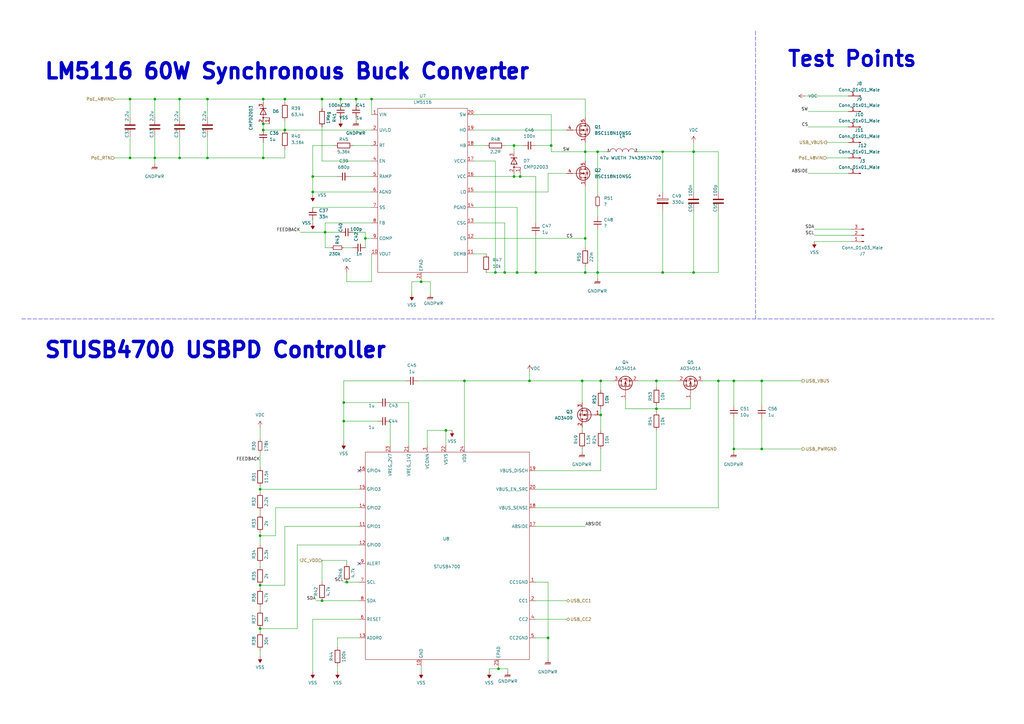
<source format=kicad_sch>
(kicad_sch (version 20211123) (generator eeschema)
  (paper "A3")
  (lib_symbols
    (symbol "Connector:Conn_01x01_Male" (pin_names (offset 1.016) hide)
      (property "Reference" "J" (at 0 2.54 0))
      (property "Value" "Conn_01x01_Male" (at 0 -2.54 0))
      (symbol "Conn_01x01_Male_1_1"
        (polyline (pts (xy 1.27 0) (xy 0.8636 0)) (stroke (width 0.1524)))
        (rectangle (start 0.8636 0.127) (end 0 -0.127) (stroke (width 0.1524)) (fill (type outline)))
        (pin passive line (at 5.08 0 180) (length 3.81) (name "Pin_1") (number "1"))
      )
    )
    (symbol "Connector:Conn_01x03_Male" (pin_names (offset 1.016) hide)
      (property "Reference" "J" (at 0 5.08 0))
      (property "Value" "Conn_01x03_Male" (at 0 -5.08 0))
      (symbol "Conn_01x03_Male_1_1"
        (polyline (pts (xy 1.27 -2.54) (xy 0.8636 -2.54)) (stroke (width 0.1524)))
        (polyline (pts (xy 1.27 0) (xy 0.8636 0)) (stroke (width 0.1524)))
        (polyline (pts (xy 1.27 2.54) (xy 0.8636 2.54)) (stroke (width 0.1524)))
        (rectangle (start 0.8636 -2.413) (end 0 -2.667) (stroke (width 0.1524)) (fill (type outline)))
        (rectangle (start 0.8636 0.127) (end 0 -0.127) (stroke (width 0.1524)) (fill (type outline)))
        (rectangle (start 0.8636 2.667) (end 0 2.413) (stroke (width 0.1524)) (fill (type outline)))
        (pin passive line (at 5.08 2.54 180) (length 3.81) (name "Pin_1") (number "1"))
        (pin passive line (at 5.08 0 180) (length 3.81) (name "Pin_2") (number "2"))
        (pin passive line (at 5.08 -2.54 180) (length 3.81) (name "Pin_3") (number "3"))
      )
    )
    (symbol "Device:C" (pin_numbers hide) (pin_names (offset 0.254))
      (property "Reference" "C" (at 0.635 2.54 0))
      (property "Value" "C" (at 0.635 -2.54 0))
      (symbol "C_0_1"
        (polyline (pts (xy -2.032 -0.762) (xy 2.032 -0.762)) (stroke (width 0.508)))
        (polyline (pts (xy -2.032 0.762) (xy 2.032 0.762)) (stroke (width 0.508)))
      )
      (symbol "C_1_1"
        (pin passive line (at 0 3.81 270) (length 2.794) (name "~") (number "1"))
        (pin passive line (at 0 -3.81 90) (length 2.794) (name "~") (number "2"))
      )
    )
    (symbol "Device:C_Polarized" (pin_numbers hide) (pin_names (offset 0.254))
      (property "Reference" "C" (at 0.635 2.54 0))
      (property "Value" "C_Polarized" (at 0.635 -2.54 0))
      (symbol "C_Polarized_0_1"
        (rectangle (start -2.286 0.508) (end 2.286 1.016))
        (polyline (pts (xy -1.778 2.286) (xy -0.762 2.286)))
        (polyline (pts (xy -1.27 2.794) (xy -1.27 1.778)))
        (rectangle (start 2.286 -0.508) (end -2.286 -1.016) (fill (type outline)))
      )
      (symbol "C_Polarized_1_1"
        (pin passive line (at 0 3.81 270) (length 2.794) (name "~") (number "1"))
        (pin passive line (at 0 -3.81 90) (length 2.794) (name "~") (number "2"))
      )
    )
    (symbol "Device:C_Small" (pin_numbers hide) (pin_names (offset 0.254) hide)
      (property "Reference" "C" (at 0.254 1.778 0))
      (property "Value" "C_Small" (at 0.254 -2.032 0))
      (symbol "C_Small_0_1"
        (polyline (pts (xy -1.524 -0.508) (xy 1.524 -0.508)) (stroke (width 0.3302)))
        (polyline (pts (xy -1.524 0.508) (xy 1.524 0.508)) (stroke (width 0.3048)))
      )
      (symbol "C_Small_1_1"
        (pin passive line (at 0 2.54 270) (length 2.032) (name "~") (number "1"))
        (pin passive line (at 0 -2.54 90) (length 2.032) (name "~") (number "2"))
      )
    )
    (symbol "Device:D_AAK" (pin_names (offset 0) hide)
      (property "Reference" "D" (at 0 2.54 0))
      (property "Value" "D_AAK" (at 0 -2.54 0))
      (symbol "D_AAK_0_1"
        (polyline (pts (xy -1.27 1.27) (xy -1.27 -1.27)) (stroke (width 0.254)))
        (polyline (pts (xy 1.27 1.27) (xy 1.27 -1.27) (xy -1.27 0) (xy 1.27 1.27)) (stroke (width 0.254)))
        (polyline (pts (xy 3.81 2.54) (xy 2.54 2.54) (xy 2.54 0) (xy -1.27 0)))
        (circle (center 2.54 0) (radius 0.254) (fill (type outline)))
      )
      (symbol "D_AAK_1_1"
        (pin passive line (at 5.08 2.54 180) (length 2.54) (name "A") (number "1"))
        (pin passive line (at 5.08 0 180) (length 2.54) (name "A") (number "2"))
        (pin passive line (at -3.81 0 0) (length 2.54) (name "K") (number "3"))
      )
    )
    (symbol "Device:Q_PMOS_GDS" (pin_names (offset 0) hide)
      (property "Reference" "Q" (at 5.08 1.27 0))
      (property "Value" "Q_PMOS_GDS" (at 5.08 -1.27 0))
      (symbol "Q_PMOS_GDS_0_1"
        (polyline (pts (xy 0.254 0) (xy -2.54 0)))
        (polyline (pts (xy 0.254 1.905) (xy 0.254 -1.905)) (stroke (width 0.254)))
        (polyline (pts (xy 0.762 -1.27) (xy 0.762 -2.286)) (stroke (width 0.254)))
        (polyline (pts (xy 0.762 0.508) (xy 0.762 -0.508)) (stroke (width 0.254)))
        (polyline (pts (xy 0.762 2.286) (xy 0.762 1.27)) (stroke (width 0.254)))
        (polyline (pts (xy 2.54 2.54) (xy 2.54 1.778)))
        (polyline (pts (xy 2.54 -2.54) (xy 2.54 0) (xy 0.762 0)))
        (polyline (pts (xy 0.762 1.778) (xy 3.302 1.778) (xy 3.302 -1.778) (xy 0.762 -1.778)))
        (polyline (pts (xy 2.286 0) (xy 1.27 0.381) (xy 1.27 -0.381) (xy 2.286 0)) (fill (type outline)))
        (polyline (pts (xy 2.794 -0.508) (xy 2.921 -0.381) (xy 3.683 -0.381) (xy 3.81 -0.254)))
        (polyline (pts (xy 3.302 -0.381) (xy 2.921 0.254) (xy 3.683 0.254) (xy 3.302 -0.381)))
        (circle (center 1.651 0) (radius 2.794) (stroke (width 0.254)))
        (circle (center 2.54 -1.778) (radius 0.254) (fill (type outline)))
        (circle (center 2.54 1.778) (radius 0.254) (fill (type outline)))
      )
      (symbol "Q_PMOS_GDS_1_1"
        (pin input line (at -5.08 0 0) (length 2.54) (name "G") (number "1"))
        (pin passive line (at 2.54 5.08 270) (length 2.54) (name "D") (number "2"))
        (pin passive line (at 2.54 -5.08 90) (length 2.54) (name "S") (number "3"))
      )
    )
    (symbol "Device:R" (pin_numbers hide) (pin_names (offset 0))
      (property "Reference" "R" (at 2.032 0 90))
      (property "Value" "R" (at 0 0 90))
      (symbol "R_0_1"
        (rectangle (start -1.016 -2.54) (end 1.016 2.54) (stroke (width 0.254)))
      )
      (symbol "R_1_1"
        (pin passive line (at 0 3.81 270) (length 1.27) (name "~") (number "1"))
        (pin passive line (at 0 -3.81 90) (length 1.27) (name "~") (number "2"))
      )
    )
    (symbol "Device:R_Small" (pin_numbers hide) (pin_names (offset 0.254) hide)
      (property "Reference" "R" (at 0.762 0.508 0))
      (property "Value" "R_Small" (at 0.762 -1.016 0))
      (symbol "R_Small_0_1"
        (rectangle (start -0.762 1.778) (end 0.762 -1.778) (stroke (width 0.2032)))
      )
      (symbol "R_Small_1_1"
        (pin passive line (at 0 2.54 270) (length 0.762) (name "~") (number "1"))
        (pin passive line (at 0 -2.54 90) (length 0.762) (name "~") (number "2"))
      )
    )
    (symbol "LM5116:LM5116"
      (property "Reference" "U" (at 0 2.54 0))
      (property "Value" "LM5116" (at 0 -6.35 0))
      (symbol "LM5116_0_1"
        (rectangle (start -17.78 21.59) (end 19.05 -45.72))
      )
      (symbol "LM5116_1_1"
        (pin input line (at -20.32 19.05 0) (length 2.54) (name "VIN") (number "1"))
        (pin input line (at -20.32 -38.1 0) (length 2.54) (name "VOUT") (number "10"))
        (pin input line (at 21.59 -38.1 180) (length 2.54) (name "DEMB") (number "11"))
        (pin input line (at 21.59 -31.75 180) (length 2.54) (name "CS") (number "12"))
        (pin input line (at 21.59 -25.4 180) (length 2.54) (name "CSG") (number "13"))
        (pin power_in line (at 21.59 -19.05 180) (length 2.54) (name "PGND") (number "14"))
        (pin output line (at 21.59 -12.7 180) (length 2.54) (name "LO") (number "15"))
        (pin power_out line (at 21.59 -6.35 180) (length 2.54) (name "VCC") (number "16"))
        (pin power_in line (at 21.59 0 180) (length 2.54) (name "VCCX") (number "17"))
        (pin power_in line (at 21.59 6.35 180) (length 2.54) (name "HB") (number "18"))
        (pin output line (at 21.59 12.7 180) (length 2.54) (name "HO") (number "19"))
        (pin input line (at -20.32 12.7 0) (length 2.54) (name "UVLO") (number "2"))
        (pin input line (at 21.59 19.05 180) (length 2.54) (name "SW") (number "20"))
        (pin passive line (at 0 -48.26 90) (length 2.54) (name "EPAD") (number "21"))
        (pin input line (at -20.32 6.35 0) (length 2.54) (name "RT") (number "3"))
        (pin input line (at -20.32 0 0) (length 2.54) (name "EN") (number "4"))
        (pin output line (at -20.32 -6.35 0) (length 2.54) (name "RAMP") (number "5"))
        (pin input line (at -20.32 -12.7 0) (length 2.54) (name "AGND") (number "6"))
        (pin output line (at -20.32 -19.05 0) (length 2.54) (name "SS") (number "7"))
        (pin input line (at -20.32 -25.4 0) (length 2.54) (name "FB") (number "8"))
        (pin bidirectional line (at -20.32 -31.75 0) (length 2.54) (name "COMP") (number "9"))
      )
    )
    (symbol "STUSB4700:STUSB4700"
      (property "Reference" "U" (at 0 38.1 0))
      (property "Value" "STUSB4700" (at -1.27 -10.16 0))
      (symbol "STUSB4700_0_1"
        (rectangle (start -33.02 58.42) (end 34.29 -26.67))
      )
      (symbol "STUSB4700_1_1"
        (pin input line (at 36.83 5.08 180) (length 2.54) (name "CC1GND") (number "1"))
        (pin input line (at -10.16 -29.21 90) (length 2.54) (name "GND") (number "10"))
        (pin output line (at -35.56 27.94 0) (length 2.54) (name "GPIO1") (number "11"))
        (pin output line (at -35.56 20.32 0) (length 2.54) (name "GPIO0") (number "12"))
        (pin output line (at -35.56 -17.78 0) (length 2.54) (name "ADDR0") (number "13"))
        (pin output line (at -35.56 35.56 0) (length 2.54) (name "GPIO2") (number "14"))
        (pin output line (at -35.56 43.18 0) (length 2.54) (name "GPIO3") (number "15"))
        (pin output line (at -35.56 50.8 0) (length 2.54) (name "GPIO4") (number "16"))
        (pin output line (at 36.83 27.94 180) (length 2.54) (name "ABSIDE") (number "17"))
        (pin input line (at 36.83 35.56 180) (length 2.54) (name "VBUS_SENSE") (number "18"))
        (pin output line (at 36.83 50.8 180) (length 2.54) (name "VBUS_DISCH") (number "19"))
        (pin bidirectional line (at 36.83 -2.54 180) (length 2.54) (name "CC1") (number "2"))
        (pin output line (at 36.83 43.18 180) (length 2.54) (name "VBUS_EN_SRC") (number "20"))
        (pin output line (at -15.24 60.96 270) (length 2.54) (name "VREG_1V2") (number "21"))
        (pin input line (at 0 60.96 270) (length 2.54) (name "VSYS") (number "22"))
        (pin output line (at -22.86 60.96 270) (length 2.54) (name "VREG_2V7") (number "23"))
        (pin input line (at 7.62 60.96 270) (length 2.54) (name "VDD") (number "24"))
        (pin passive line (at 21.59 -29.21 90) (length 2.54) (name "EPAD") (number "25"))
        (pin input line (at -7.62 60.96 270) (length 2.54) (name "VCONN") (number "3"))
        (pin bidirectional line (at 36.83 -10.16 180) (length 2.54) (name "CC2") (number "4"))
        (pin input line (at 36.83 -17.78 180) (length 2.54) (name "CC2GND") (number "5"))
        (pin input line (at -35.56 -10.16 0) (length 2.54) (name "RESET") (number "6"))
        (pin input line (at -35.56 5.08 0) (length 2.54) (name "SCL") (number "7"))
        (pin bidirectional line (at -35.56 -2.54 0) (length 2.54) (name "SDA") (number "8"))
        (pin output line (at -35.56 12.7 0) (length 2.54) (name "ALERT") (number "9"))
      )
    )
    (symbol "Transistor_FET:AO3401A" (pin_names hide)
      (property "Reference" "Q" (at 5.08 1.905 0))
      (property "Value" "AO3401A" (at 5.08 0 0))
      (symbol "AO3401A_0_1"
        (polyline (pts (xy 0.254 0) (xy -2.54 0)))
        (polyline (pts (xy 0.254 1.905) (xy 0.254 -1.905)) (stroke (width 0.254)))
        (polyline (pts (xy 0.762 -1.27) (xy 0.762 -2.286)) (stroke (width 0.254)))
        (polyline (pts (xy 0.762 0.508) (xy 0.762 -0.508)) (stroke (width 0.254)))
        (polyline (pts (xy 0.762 2.286) (xy 0.762 1.27)) (stroke (width 0.254)))
        (polyline (pts (xy 2.54 2.54) (xy 2.54 1.778)))
        (polyline (pts (xy 2.54 -2.54) (xy 2.54 0) (xy 0.762 0)))
        (polyline (pts (xy 0.762 1.778) (xy 3.302 1.778) (xy 3.302 -1.778) (xy 0.762 -1.778)))
        (polyline (pts (xy 2.286 0) (xy 1.27 0.381) (xy 1.27 -0.381) (xy 2.286 0)) (fill (type outline)))
        (polyline (pts (xy 2.794 -0.508) (xy 2.921 -0.381) (xy 3.683 -0.381) (xy 3.81 -0.254)))
        (polyline (pts (xy 3.302 -0.381) (xy 2.921 0.254) (xy 3.683 0.254) (xy 3.302 -0.381)))
        (circle (center 1.651 0) (radius 2.794) (stroke (width 0.254)))
        (circle (center 2.54 -1.778) (radius 0.254) (fill (type outline)))
        (circle (center 2.54 1.778) (radius 0.254) (fill (type outline)))
      )
      (symbol "AO3401A_1_1"
        (pin input line (at -5.08 0 0) (length 2.54) (name "G") (number "1"))
        (pin passive line (at 2.54 -5.08 90) (length 2.54) (name "S") (number "2"))
        (pin passive line (at 2.54 5.08 270) (length 2.54) (name "D") (number "3"))
      )
    )
    (symbol "Transistor_FET:BSC118N10NSG" (pin_names hide)
      (property "Reference" "Q" (at 5.08 1.905 0))
      (property "Value" "BSC118N10NSG" (at 5.08 0 0))
      (symbol "BSC118N10NSG_0_1"
        (polyline (pts (xy 0.254 0) (xy -2.54 0)))
        (polyline (pts (xy 0.254 1.905) (xy 0.254 -1.905)) (stroke (width 0.254)))
        (polyline (pts (xy 0.762 -1.27) (xy 0.762 -2.286)) (stroke (width 0.254)))
        (polyline (pts (xy 0.762 0.508) (xy 0.762 -0.508)) (stroke (width 0.254)))
        (polyline (pts (xy 0.762 2.286) (xy 0.762 1.27)) (stroke (width 0.254)))
        (polyline (pts (xy 2.54 2.54) (xy 2.54 1.778)))
        (polyline (pts (xy 2.54 -2.54) (xy 2.54 0) (xy 0.762 0)))
        (polyline (pts (xy 0.762 -1.778) (xy 3.302 -1.778) (xy 3.302 1.778) (xy 0.762 1.778)))
        (polyline (pts (xy 1.016 0) (xy 2.032 0.381) (xy 2.032 -0.381) (xy 1.016 0)) (fill (type outline)))
        (polyline (pts (xy 2.794 0.508) (xy 2.921 0.381) (xy 3.683 0.381) (xy 3.81 0.254)))
        (polyline (pts (xy 3.302 0.381) (xy 2.921 -0.254) (xy 3.683 -0.254) (xy 3.302 0.381)))
        (circle (center 1.651 0) (radius 2.794) (stroke (width 0.254)))
        (circle (center 2.54 -1.778) (radius 0.254) (fill (type outline)))
        (circle (center 2.54 1.778) (radius 0.254) (fill (type outline)))
      )
      (symbol "BSC118N10NSG_1_1"
        (pin passive line (at 2.54 -5.08 90) (length 2.54) (name "S") (number "1"))
        (pin passive line (at 2.54 -5.08 90) (length 2.54) hide (name "S") (number "2"))
        (pin passive line (at 2.54 -5.08 90) (length 2.54) hide (name "S") (number "3"))
        (pin passive line (at -5.08 0 0) (length 2.54) (name "G") (number "4"))
        (pin passive line (at 2.54 5.08 270) (length 2.54) (name "D") (number "5"))
      )
    )
    (symbol "power:GNDPWR" (power) (pin_names (offset 0))
      (property "Value" "GNDPWR" (at 0 -3.302 0))
      (symbol "GNDPWR_0_1"
        (polyline (pts (xy 0 -1.27) (xy 0 0)))
        (polyline (pts (xy -1.016 -1.27) (xy -1.27 -2.032) (xy -1.27 -2.032)) (stroke (width 0.2032)))
        (polyline (pts (xy -0.508 -1.27) (xy -0.762 -2.032) (xy -0.762 -2.032)) (stroke (width 0.2032)))
        (polyline (pts (xy 0 -1.27) (xy -0.254 -2.032) (xy -0.254 -2.032)) (stroke (width 0.2032)))
        (polyline (pts (xy 0.508 -1.27) (xy 0.254 -2.032) (xy 0.254 -2.032)) (stroke (width 0.2032)))
        (polyline (pts (xy 1.016 -1.27) (xy -1.016 -1.27) (xy -1.016 -1.27)) (stroke (width 0.2032)))
        (polyline (pts (xy 1.016 -1.27) (xy 0.762 -2.032) (xy 0.762 -2.032) (xy 0.762 -2.032)) (stroke (width 0.2032)))
      )
      (symbol "GNDPWR_1_1"
        (pin power_in line (at 0 0 270) (length 0) hide (name "GNDPWR") (number "1"))
      )
    )
    (symbol "power:VDC" (power) (pin_names (offset 0))
      (property "Value" "VDC" (at 0 6.35 0))
      (symbol "VDC_0_1"
        (polyline (pts (xy -0.762 1.27) (xy 0 2.54)))
        (polyline (pts (xy 0 0) (xy 0 2.54)))
        (polyline (pts (xy 0 2.54) (xy 0.762 1.27)))
      )
      (symbol "VDC_1_1"
        (pin power_in line (at 0 0 90) (length 0) hide (name "VDC") (number "1"))
      )
    )
    (symbol "power:VSS" (power) (pin_names (offset 0))
      (property "Value" "VSS" (at 0 3.81 0))
      (symbol "VSS_0_1"
        (polyline (pts (xy 0 0) (xy 0 2.54)))
        (polyline (pts (xy 0.762 1.27) (xy -0.762 1.27) (xy 0 2.54) (xy 0.762 1.27)) (fill (type outline)))
      )
      (symbol "VSS_1_1"
        (pin power_in line (at 0 0 90) (length 0) hide (name "VSS") (number "1"))
      )
    )
    (symbol "pspice:INDUCTOR" (pin_numbers hide) (pin_names (offset 0))
      (property "Reference" "L" (at 0 2.54 0))
      (property "Value" "INDUCTOR" (at 0 -1.27 0))
      (symbol "INDUCTOR_0_1"
        (arc (start -2.54 0) (mid -3.81 1.27) (end -5.08 0))
        (arc (start 0 0) (mid -1.27 1.27) (end -2.54 0))
        (arc (start 2.54 0) (mid 1.27 1.27) (end 0 0))
        (arc (start 5.08 0) (mid 3.81 1.27) (end 2.54 0))
      )
      (symbol "INDUCTOR_1_1"
        (pin input line (at -6.35 0 0) (length 1.27) (name "1") (number "1"))
        (pin input line (at 6.35 0 180) (length 1.27) (name "2") (number "2"))
      )
    )
  )
  (junction (at 73.66 40.64))
  (junction (at 271.78 62.23))
  (junction (at 240.03 62.23))
  (junction (at 63.5 64.77))
  (junction (at 182.88 176.53))
  (junction (at 172.72 115.57))
  (junction (at 190.5 156.21))
  (junction (at 300.99 156.21))
  (junction (at 312.42 184.15))
  (junction (at 106.68 240.03))
  (junction (at 269.24 167.64))
  (junction (at 128.27 78.74))
  (junction (at 212.09 111.76))
  (junction (at 213.36 72.39))
  (junction (at 116.84 40.64))
  (junction (at 140.97 172.72))
  (junction (at 132.08 40.64))
  (junction (at 246.38 170.18))
  (junction (at 300.99 184.15))
  (junction (at 204.47 274.32))
  (junction (at 128.27 72.39))
  (junction (at 106.68 257.81))
  (junction (at 269.24 156.21))
  (junction (at 245.11 111.76))
  (junction (at 85.09 40.64))
  (junction (at 142.24 238.76))
  (junction (at 246.38 156.21))
  (junction (at 140.97 165.1))
  (junction (at 107.95 64.77))
  (junction (at 116.84 53.34))
  (junction (at 203.2 111.76))
  (junction (at 207.01 111.76))
  (junction (at 85.09 64.77))
  (junction (at 240.03 97.79))
  (junction (at 210.82 59.69))
  (junction (at 149.86 97.79))
  (junction (at 107.95 50.8))
  (junction (at 284.48 111.76))
  (junction (at 133.35 95.25))
  (junction (at 245.11 62.23))
  (junction (at 238.76 156.21))
  (junction (at 107.95 53.34))
  (junction (at 63.5 40.64))
  (junction (at 312.42 156.21))
  (junction (at 224.79 261.62))
  (junction (at 219.71 111.76))
  (junction (at 240.03 111.76))
  (junction (at 146.05 40.64))
  (junction (at 294.64 156.21))
  (junction (at 107.95 40.64))
  (junction (at 106.68 219.71))
  (junction (at 217.17 156.21))
  (junction (at 271.78 111.76))
  (junction (at 284.48 62.23))
  (junction (at 73.66 64.77))
  (junction (at 106.68 200.66))
  (junction (at 132.08 246.38))
  (junction (at 139.7 40.64))
  (junction (at 53.34 40.64))
  (junction (at 210.82 72.39))
  (junction (at 53.34 64.77))
  (junction (at 226.06 59.69))
  (junction (at 152.4 40.64))
  (no_connect (at 147.32 231.14))
  (no_connect (at 147.32 193.04))
  (wire (pts (xy 212.09 111.76) (xy 219.71 111.76)))
  (wire (pts (xy 140.97 172.72) (xy 140.97 181.61)))
  (wire (pts (xy 121.92 223.52) (xy 121.92 257.81)))
  (wire (pts (xy 85.09 40.64) (xy 107.95 40.64)))
  (wire (pts (xy 85.09 64.77) (xy 107.95 64.77)))
  (wire (pts (xy 132.08 52.07) (xy 132.08 66.04)))
  (wire (pts (xy 294.64 78.74) (xy 294.64 62.23)))
  (wire (pts (xy 53.34 40.64) (xy 63.5 40.64)))
  (wire (pts (xy 142.24 115.57) (xy 152.4 115.57)))
  (wire (pts (xy 128.27 78.74) (xy 128.27 80.01)))
  (wire (pts (xy 140.97 101.6) (xy 144.78 101.6)))
  (wire (pts (xy 176.53 115.57) (xy 176.53 120.65)))
  (wire (pts (xy 219.71 246.38) (xy 232.41 246.38)))
  (wire (pts (xy 208.28 274.32) (xy 208.28 275.59)))
  (wire (pts (xy 330.2 39.37) (xy 347.98 39.37)))
  (wire (pts (xy 116.84 49.53) (xy 116.84 53.34)))
  (wire (pts (xy 194.31 85.09) (xy 212.09 85.09)))
  (wire (pts (xy 160.02 165.1) (xy 167.64 165.1)))
  (wire (pts (xy 143.51 72.39) (xy 152.4 72.39)))
  (wire (pts (xy 204.47 273.05) (xy 204.47 274.32)))
  (wire (pts (xy 312.42 156.21) (xy 312.42 166.37)))
  (wire (pts (xy 245.11 85.09) (xy 245.11 88.9)))
  (wire (pts (xy 194.31 66.04) (xy 203.2 66.04)))
  (wire (pts (xy 142.24 238.76) (xy 147.32 238.76)))
  (wire (pts (xy 167.64 165.1) (xy 167.64 182.88)))
  (wire (pts (xy 284.48 78.74) (xy 284.48 62.23)))
  (wire (pts (xy 140.97 156.21) (xy 140.97 165.1)))
  (wire (pts (xy 132.08 66.04) (xy 152.4 66.04)))
  (wire (pts (xy 147.32 254) (xy 128.27 254)))
  (wire (pts (xy 294.64 62.23) (xy 284.48 62.23)))
  (wire (pts (xy 284.48 86.36) (xy 284.48 111.76)))
  (wire (pts (xy 146.05 40.64) (xy 152.4 40.64)))
  (wire (pts (xy 152.4 46.99) (xy 152.4 40.64)))
  (wire (pts (xy 271.78 111.76) (xy 284.48 111.76)))
  (wire (pts (xy 200.66 274.32) (xy 204.47 274.32)))
  (wire (pts (xy 172.72 115.57) (xy 176.53 115.57)))
  (wire (pts (xy 248.92 62.23) (xy 245.11 62.23)))
  (wire (pts (xy 139.7 40.64) (xy 139.7 43.18)))
  (wire (pts (xy 219.71 254) (xy 232.41 254)))
  (wire (pts (xy 226.06 46.99) (xy 226.06 59.69)))
  (wire (pts (xy 106.68 185.42) (xy 106.68 191.77)))
  (wire (pts (xy 128.27 254) (xy 128.27 275.59)))
  (wire (pts (xy 168.91 115.57) (xy 172.72 115.57)))
  (wire (pts (xy 256.54 167.64) (xy 269.24 167.64)))
  (wire (pts (xy 106.68 257.81) (xy 106.68 259.08)))
  (wire (pts (xy 147.32 215.9) (xy 116.84 215.9)))
  (wire (pts (xy 334.01 99.06) (xy 349.25 99.06)))
  (wire (pts (xy 219.71 91.44) (xy 219.71 72.39)))
  (wire (pts (xy 334.01 96.52) (xy 349.25 96.52)))
  (wire (pts (xy 210.82 62.23) (xy 210.82 59.69)))
  (wire (pts (xy 269.24 167.64) (xy 269.24 168.91)))
  (wire (pts (xy 106.68 240.03) (xy 106.68 241.3)))
  (wire (pts (xy 194.31 78.74) (xy 224.79 78.74)))
  (wire (pts (xy 190.5 156.21) (xy 217.17 156.21)))
  (wire (pts (xy 53.34 55.88) (xy 53.34 64.77)))
  (wire (pts (xy 240.03 109.22) (xy 240.03 111.76)))
  (wire (pts (xy 73.66 55.88) (xy 73.66 64.77)))
  (wire (pts (xy 128.27 78.74) (xy 152.4 78.74)))
  (wire (pts (xy 106.68 218.44) (xy 106.68 219.71)))
  (polyline (pts (xy 309.88 12.7) (xy 309.88 130.81)))
  (wire (pts (xy 210.82 59.69) (xy 207.01 59.69)))
  (wire (pts (xy 219.71 215.9) (xy 240.03 215.9)))
  (wire (pts (xy 144.78 95.25) (xy 149.86 95.25)))
  (wire (pts (xy 245.11 114.3) (xy 245.11 111.76)))
  (wire (pts (xy 240.03 58.42) (xy 240.03 62.23)))
  (wire (pts (xy 238.76 156.21) (xy 238.76 165.1)))
  (wire (pts (xy 246.38 193.04) (xy 219.71 193.04)))
  (wire (pts (xy 278.13 156.21) (xy 269.24 156.21)))
  (wire (pts (xy 149.86 97.79) (xy 149.86 101.6)))
  (wire (pts (xy 300.99 166.37) (xy 300.99 156.21)))
  (wire (pts (xy 140.97 165.1) (xy 140.97 172.72)))
  (wire (pts (xy 246.38 170.18) (xy 246.38 176.53)))
  (wire (pts (xy 147.32 208.28) (xy 113.03 208.28)))
  (wire (pts (xy 300.99 184.15) (xy 300.99 185.42)))
  (wire (pts (xy 269.24 156.21) (xy 269.24 158.75)))
  (wire (pts (xy 140.97 165.1) (xy 154.94 165.1)))
  (wire (pts (xy 107.95 40.64) (xy 107.95 41.91)))
  (wire (pts (xy 226.06 59.69) (xy 226.06 62.23)))
  (wire (pts (xy 144.78 59.69) (xy 152.4 59.69)))
  (wire (pts (xy 73.66 40.64) (xy 85.09 40.64)))
  (wire (pts (xy 140.97 156.21) (xy 166.37 156.21)))
  (wire (pts (xy 132.08 246.38) (xy 147.32 246.38)))
  (wire (pts (xy 175.26 182.88) (xy 175.26 176.53)))
  (wire (pts (xy 256.54 163.83) (xy 256.54 167.64)))
  (wire (pts (xy 283.21 167.64) (xy 269.24 167.64)))
  (wire (pts (xy 217.17 156.21) (xy 238.76 156.21)))
  (wire (pts (xy 300.99 156.21) (xy 294.64 156.21)))
  (wire (pts (xy 138.43 273.05) (xy 138.43 275.59)))
  (wire (pts (xy 147.32 223.52) (xy 121.92 223.52)))
  (wire (pts (xy 269.24 176.53) (xy 269.24 200.66)))
  (wire (pts (xy 139.7 95.25) (xy 133.35 95.25)))
  (wire (pts (xy 212.09 85.09) (xy 212.09 111.76)))
  (wire (pts (xy 294.64 111.76) (xy 284.48 111.76)))
  (wire (pts (xy 294.64 208.28) (xy 294.64 156.21)))
  (wire (pts (xy 246.38 167.64) (xy 246.38 170.18)))
  (wire (pts (xy 107.95 53.34) (xy 116.84 53.34)))
  (wire (pts (xy 138.43 261.62) (xy 147.32 261.62)))
  (wire (pts (xy 207.01 111.76) (xy 212.09 111.76)))
  (wire (pts (xy 194.31 53.34) (xy 232.41 53.34)))
  (wire (pts (xy 133.35 91.44) (xy 133.35 95.25)))
  (wire (pts (xy 238.76 184.15) (xy 238.76 185.42)))
  (wire (pts (xy 132.08 40.64) (xy 132.08 44.45)))
  (wire (pts (xy 146.05 40.64) (xy 146.05 43.18)))
  (wire (pts (xy 226.06 62.23) (xy 240.03 62.23)))
  (wire (pts (xy 146.05 48.26) (xy 146.05 49.53)))
  (wire (pts (xy 217.17 152.4) (xy 217.17 156.21)))
  (wire (pts (xy 160.02 172.72) (xy 160.02 182.88)))
  (wire (pts (xy 213.36 71.12) (xy 213.36 72.39)))
  (wire (pts (xy 194.31 104.14) (xy 199.39 104.14)))
  (wire (pts (xy 107.95 58.42) (xy 107.95 64.77)))
  (wire (pts (xy 106.68 199.39) (xy 106.68 200.66)))
  (wire (pts (xy 139.7 40.64) (xy 132.08 40.64)))
  (wire (pts (xy 138.43 265.43) (xy 138.43 261.62)))
  (wire (pts (xy 73.66 40.64) (xy 73.66 48.26)))
  (wire (pts (xy 106.68 200.66) (xy 106.68 201.93)))
  (wire (pts (xy 210.82 72.39) (xy 194.31 72.39)))
  (wire (pts (xy 152.4 115.57) (xy 152.4 104.14)))
  (wire (pts (xy 53.34 64.77) (xy 63.5 64.77)))
  (wire (pts (xy 219.71 59.69) (xy 226.06 59.69)))
  (wire (pts (xy 224.79 71.12) (xy 232.41 71.12)))
  (wire (pts (xy 142.24 229.87) (xy 132.08 229.87)))
  (wire (pts (xy 123.19 95.25) (xy 133.35 95.25)))
  (wire (pts (xy 121.92 257.81) (xy 106.68 257.81)))
  (wire (pts (xy 194.31 59.69) (xy 199.39 59.69)))
  (wire (pts (xy 142.24 115.57) (xy 142.24 111.76)))
  (wire (pts (xy 261.62 156.21) (xy 269.24 156.21)))
  (wire (pts (xy 240.03 97.79) (xy 240.03 101.6)))
  (wire (pts (xy 149.86 95.25) (xy 149.86 97.79)))
  (wire (pts (xy 182.88 176.53) (xy 182.88 182.88)))
  (wire (pts (xy 219.71 208.28) (xy 294.64 208.28)))
  (wire (pts (xy 271.78 62.23) (xy 261.62 62.23)))
  (wire (pts (xy 240.03 48.26) (xy 240.03 40.64)))
  (wire (pts (xy 204.47 274.32) (xy 208.28 274.32)))
  (wire (pts (xy 339.09 64.77) (xy 347.98 64.77)))
  (wire (pts (xy 219.71 96.52) (xy 219.71 111.76)))
  (wire (pts (xy 106.68 266.7) (xy 106.68 269.24)))
  (wire (pts (xy 133.35 95.25) (xy 133.35 101.6)))
  (wire (pts (xy 116.84 40.64) (xy 132.08 40.64)))
  (wire (pts (xy 172.72 273.05) (xy 172.72 275.59)))
  (wire (pts (xy 203.2 66.04) (xy 203.2 111.76)))
  (wire (pts (xy 116.84 215.9) (xy 116.84 240.03)))
  (wire (pts (xy 245.11 62.23) (xy 245.11 80.01)))
  (wire (pts (xy 107.95 50.8) (xy 110.49 50.8)))
  (wire (pts (xy 185.42 176.53) (xy 182.88 176.53)))
  (wire (pts (xy 269.24 167.64) (xy 269.24 166.37)))
  (wire (pts (xy 63.5 64.77) (xy 73.66 64.77)))
  (wire (pts (xy 271.78 86.36) (xy 271.78 111.76)))
  (wire (pts (xy 190.5 156.21) (xy 171.45 156.21)))
  (wire (pts (xy 240.03 111.76) (xy 245.11 111.76)))
  (wire (pts (xy 294.64 86.36) (xy 294.64 111.76)))
  (wire (pts (xy 107.95 50.8) (xy 107.95 53.34)))
  (wire (pts (xy 312.42 171.45) (xy 312.42 184.15)))
  (wire (pts (xy 175.26 176.53) (xy 182.88 176.53)))
  (wire (pts (xy 139.7 40.64) (xy 146.05 40.64)))
  (wire (pts (xy 238.76 175.26) (xy 238.76 176.53)))
  (wire (pts (xy 85.09 64.77) (xy 85.09 55.88)))
  (wire (pts (xy 85.09 40.64) (xy 85.09 48.26)))
  (wire (pts (xy 300.99 184.15) (xy 312.42 184.15)))
  (wire (pts (xy 116.84 240.03) (xy 106.68 240.03)))
  (wire (pts (xy 203.2 111.76) (xy 207.01 111.76)))
  (wire (pts (xy 128.27 59.69) (xy 128.27 72.39)))
  (wire (pts (xy 224.79 238.76) (xy 224.79 261.62)))
  (wire (pts (xy 152.4 91.44) (xy 133.35 91.44)))
  (wire (pts (xy 246.38 156.21) (xy 251.46 156.21)))
  (wire (pts (xy 128.27 90.17) (xy 128.27 91.44)))
  (wire (pts (xy 213.36 72.39) (xy 210.82 72.39)))
  (wire (pts (xy 107.95 40.64) (xy 116.84 40.64)))
  (wire (pts (xy 106.68 209.55) (xy 106.68 210.82)))
  (wire (pts (xy 283.21 163.83) (xy 283.21 167.64)))
  (wire (pts (xy 128.27 85.09) (xy 152.4 85.09)))
  (wire (pts (xy 140.97 238.76) (xy 142.24 238.76)))
  (wire (pts (xy 106.68 248.92) (xy 106.68 250.19)))
  (wire (pts (xy 294.64 156.21) (xy 288.29 156.21)))
  (wire (pts (xy 331.47 52.07) (xy 347.98 52.07)))
  (wire (pts (xy 245.11 111.76) (xy 271.78 111.76)))
  (wire (pts (xy 245.11 62.23) (xy 240.03 62.23)))
  (wire (pts (xy 194.31 46.99) (xy 226.06 46.99)))
  (wire (pts (xy 300.99 156.21) (xy 312.42 156.21)))
  (wire (pts (xy 219.71 72.39) (xy 213.36 72.39)))
  (wire (pts (xy 331.47 45.72) (xy 347.98 45.72)))
  (wire (pts (xy 240.03 62.23) (xy 240.03 66.04)))
  (wire (pts (xy 172.72 114.3) (xy 172.72 115.57)))
  (wire (pts (xy 132.08 229.87) (xy 132.08 238.76)))
  (wire (pts (xy 219.71 261.62) (xy 224.79 261.62)))
  (wire (pts (xy 140.97 172.72) (xy 154.94 172.72)))
  (wire (pts (xy 312.42 184.15) (xy 328.93 184.15)))
  (wire (pts (xy 137.16 59.69) (xy 128.27 59.69)))
  (wire (pts (xy 240.03 40.64) (xy 152.4 40.64)))
  (wire (pts (xy 142.24 231.14) (xy 142.24 229.87)))
  (wire (pts (xy 129.54 246.38) (xy 132.08 246.38)))
  (wire (pts (xy 300.99 171.45) (xy 300.99 184.15)))
  (wire (pts (xy 331.47 71.12) (xy 347.98 71.12)))
  (wire (pts (xy 240.03 76.2) (xy 240.03 97.79)))
  (wire (pts (xy 106.68 175.26) (xy 106.68 180.34)))
  (wire (pts (xy 63.5 40.64) (xy 63.5 48.26)))
  (wire (pts (xy 63.5 40.64) (xy 73.66 40.64)))
  (wire (pts (xy 106.68 231.14) (xy 106.68 232.41)))
  (wire (pts (xy 334.01 93.98) (xy 349.25 93.98)))
  (wire (pts (xy 199.39 111.76) (xy 203.2 111.76)))
  (wire (pts (xy 194.31 91.44) (xy 207.01 91.44)))
  (wire (pts (xy 168.91 115.57) (xy 168.91 120.65)))
  (wire (pts (xy 194.31 97.79) (xy 240.03 97.79)))
  (wire (pts (xy 271.78 78.74) (xy 271.78 62.23)))
  (wire (pts (xy 224.79 78.74) (xy 224.79 71.12)))
  (wire (pts (xy 224.79 261.62) (xy 224.79 270.51)))
  (wire (pts (xy 107.95 64.77) (xy 116.84 64.77)))
  (wire (pts (xy 284.48 58.42) (xy 284.48 62.23)))
  (wire (pts (xy 139.7 48.26) (xy 139.7 49.53)))
  (wire (pts (xy 116.84 40.64) (xy 116.84 41.91)))
  (wire (pts (xy 245.11 93.98) (xy 245.11 111.76)))
  (wire (pts (xy 106.68 219.71) (xy 106.68 223.52)))
  (wire (pts (xy 238.76 156.21) (xy 246.38 156.21)))
  (wire (pts (xy 128.27 72.39) (xy 138.43 72.39)))
  (wire (pts (xy 116.84 60.96) (xy 116.84 64.77)))
  (wire (pts (xy 106.68 200.66) (xy 147.32 200.66)))
  (wire (pts (xy 46.99 40.64) (xy 53.34 40.64)))
  (wire (pts (xy 339.09 58.42) (xy 347.98 58.42)))
  (wire (pts (xy 113.03 208.28) (xy 113.03 219.71)))
  (wire (pts (xy 149.86 97.79) (xy 152.4 97.79)))
  (wire (pts (xy 63.5 67.31) (xy 63.5 64.77)))
  (wire (pts (xy 312.42 156.21) (xy 328.93 156.21)))
  (wire (pts (xy 63.5 55.88) (xy 63.5 64.77)))
  (wire (pts (xy 190.5 156.21) (xy 190.5 182.88)))
  (wire (pts (xy 210.82 59.69) (xy 214.63 59.69)))
  (polyline (pts (xy 8.89 130.81) (xy 407.67 130.81)))
  (wire (pts (xy 284.48 62.23) (xy 271.78 62.23)))
  (wire (pts (xy 200.66 274.32) (xy 200.66 275.59)))
  (wire (pts (xy 73.66 64.77) (xy 85.09 64.77)))
  (wire (pts (xy 207.01 91.44) (xy 207.01 111.76)))
  (wire (pts (xy 219.71 111.76) (xy 240.03 111.76)))
  (wire (pts (xy 133.35 101.6) (xy 135.89 101.6)))
  (wire (pts (xy 46.99 64.77) (xy 53.34 64.77)))
  (wire (pts (xy 219.71 200.66) (xy 269.24 200.66)))
  (wire (pts (xy 219.71 238.76) (xy 224.79 238.76)))
  (wire (pts (xy 246.38 184.15) (xy 246.38 193.04)))
  (wire (pts (xy 53.34 48.26) (xy 53.34 40.64)))
  (wire (pts (xy 210.82 71.12) (xy 210.82 72.39)))
  (wire (pts (xy 128.27 72.39) (xy 128.27 78.74)))
  (wire (pts (xy 116.84 53.34) (xy 152.4 53.34)))
  (wire (pts (xy 246.38 160.02) (xy 246.38 156.21)))
  (wire (pts (xy 113.03 219.71) (xy 106.68 219.71)))
  (text "STUSB4700 USBPD Controller" (at 17.78 147.32 0) (effects (font (size 6.2 6.2) (thickness 1.4) bold) (justify left bottom)))
  (text "Test Points" (at 322.58 27.94 0) (effects (font (size 6.2 6.2) (thickness 1.24) bold) (justify left bottom)))
  (text "LM5116 60W Synchronous Buck Converter" (at 17.78 33.02 0) (effects (font (size 6.2 6.2) (thickness 1.4) bold) (justify left bottom)))
  (label "SDA" (at 334.01 93.98 180))
  (label "SW" (at 331.47 45.72 180))
  (label "SDA" (at 129.54 246.38 180))
  (label "ABSIDE" (at 240.03 215.9 0))
  (label "FEEDBACK" (at 106.68 189.23 180))
  (label "CS" (at 331.47 52.07 180))
  (label "SW" (at 233.68 62.23 180))
  (label "SCL" (at 140.97 238.76 180))
  (label "CS" (at 234.95 97.79 180))
  (label "FEEDBACK" (at 123.19 95.25 180))
  (label "SCL" (at 334.01 96.52 180))
  (label "ABSIDE" (at 331.47 71.12 180))
  (hierarchical_label "PoE_RTN" (shape input) (at 46.99 64.77 180))
  (hierarchical_label "USB_CC1" (shape bidirectional) (at 232.41 246.38 0))
  (hierarchical_label "USB_CC2" (shape bidirectional) (at 232.41 254 0))
  (hierarchical_label "USB_VBUS" (shape output) (at 339.09 58.42 180))
  (hierarchical_label "PoE_48VIN" (shape input) (at 46.99 40.64 180))
  (hierarchical_label "PoE_48VIN" (shape input) (at 339.09 64.77 180))
  (hierarchical_label "USB_PWRGND" (shape output) (at 328.93 184.15 0))
  (hierarchical_label "I2C_VDD" (shape input) (at 132.08 229.87 180))
  (hierarchical_label "USB_VBUS" (shape output) (at 328.93 156.21 0))
  (symbol (lib_id "power:VSS") (at 128.27 91.44 180) (unit 1)
    (property "Reference" "#PWR019" (effects hide))
    (property "Value" "VSS" (at 125.73 91.44 0))
  )
  (symbol (lib_id "power:VSS") (at 139.7 49.53 180) (unit 1)
    (property "Reference" "#PWR022" (effects hide))
    (property "Value" "VSS" (at 140.97 48.26 0))
  )
  (symbol (lib_id "STUSB4700:STUSB4700") (at 182.88 243.84 0) (unit 1)
    (property "Reference" "U8" (at 181.61 220.98 0) (effects (justify left)))
    (property "Value" "STUSB4700" (at 177.8 232.41 0) (effects (justify left)))
    (property "Footprint" "Package_DFN_QFN:QFN-24-1EP_4x4mm_P0.5mm_EP2.7x2.7mm_ThermalVias" (effects hide))
  )
  (symbol (lib_id "Device:R") (at 240.03 105.41 180) (unit 1)
    (property "Reference" "R50" (at 237.49 105.41 90))
    (property "Value" "22m" (at 242.57 105.41 90))
    (property "Footprint" "Resistor_SMD:R_1206_3216Metric" (effects hide))
  )
  (symbol (lib_id "Device:R") (at 106.68 254 180) (unit 1)
    (property "Reference" "R37" (at 104.14 254 90))
    (property "Value" "3k" (at 109.22 254 90))
    (property "Footprint" "Resistor_SMD:R_0603_1608Metric" (effects hide))
  )
  (symbol (lib_id "Device:R") (at 132.08 48.26 180) (unit 1)
    (property "Reference" "R41" (at 137.16 48.26 90))
    (property "Value" "1Meg" (at 134.62 48.26 90))
    (property "Footprint" "Resistor_SMD:R_0603_1608Metric" (effects hide))
  )
  (symbol (lib_id "Device:C_Small") (at 147.32 101.6 270) (unit 1)
    (property "Reference" "C42" (at 146.0435 99.06 0) (effects (justify right)))
    (property "Value" "1n" (at 148.59 104.14 90) (effects (justify right)))
    (property "Footprint" "Capacitor_SMD:C_0603_1608Metric" (effects hide))
  )
  (symbol (lib_id "Device:C_Small") (at 168.91 156.21 90) (unit 1)
    (property "Reference" "C45" (at 168.9163 149.86 90))
    (property "Value" "1u" (at 168.9163 152.4 90))
    (property "Footprint" "Capacitor_SMD:C_0603_1608Metric" (effects hide))
  )
  (symbol (lib_id "LM5116:LM5116") (at 172.72 66.04 0) (unit 1)
    (property "Reference" "U7" (at 173.355 39.37 0))
    (property "Value" "LM5116" (at 173.355 41.91 0))
    (property "Footprint" "Package_SO:HTSSOP-20-1EP_4.4x6.5mm_P0.65mm_EP2.85x4mm" (effects hide))
  )
  (symbol (lib_id "power:GNDPWR") (at 146.05 49.53 0) (unit 1)
    (property "Reference" "#PWR025" (effects hide))
    (property "Value" "GNDPWR" (at 145.923 54.61 0))
  )
  (symbol (lib_id "power:VDC") (at 142.24 111.76 0) (unit 1)
    (property "Reference" "#PWR024" (effects hide))
    (property "Value" "VDC" (at 142.24 106.68 0))
  )
  (symbol (lib_id "power:VSS") (at 185.42 176.53 180) (unit 1)
    (property "Reference" "#PWR029" (effects hide))
    (property "Value" "VSS" (at 185.42 180.975 0))
  )
  (symbol (lib_id "Device:R") (at 106.68 214.63 180) (unit 1)
    (property "Reference" "R33" (at 104.14 214.63 90))
    (property "Value" "2k" (at 109.22 214.63 90))
    (property "Footprint" "Resistor_SMD:R_0603_1608Metric" (effects hide))
  )
  (symbol (lib_id "Connector:Conn_01x01_Male") (at 353.06 39.37 180) (unit 1)
    (property "Reference" "J8" (at 352.425 34.29 0))
    (property "Value" "Conn_01x01_Male" (at 352.425 36.83 0))
    (property "Footprint" "Connector_PinHeader_1.00mm:PinHeader_1x01_P1.00mm_Vertical" (effects hide))
  )
  (symbol (lib_id "Device:R") (at 269.24 172.72 180) (unit 1)
    (property "Reference" "R54" (at 266.7 172.72 90))
    (property "Value" "10k" (at 271.78 172.72 90))
    (property "Footprint" "Resistor_SMD:R_0603_1608Metric" (effects hide))
  )
  (symbol (lib_id "Device:R") (at 132.08 242.57 180) (unit 1)
    (property "Reference" "R42" (at 129.54 242.57 90))
    (property "Value" "4.7k" (at 134.62 242.57 90))
    (property "Footprint" "Resistor_SMD:R_0603_1608Metric" (effects hide))
  )
  (symbol (lib_id "Device:D_AAK") (at 210.82 66.04 270) (unit 1)
    (property "Reference" "D7" (at 214.63 65.9764 90) (effects (justify left)))
    (property "Value" "CMPD2003" (at 214.63 68.5164 90) (effects (justify left)))
    (property "Footprint" "Package_TO_SOT_SMD:SOT-23" (effects hide))
  )
  (symbol (lib_id "Device:R") (at 238.76 180.34 180) (unit 1)
    (property "Reference" "R49" (at 236.22 180.34 90))
    (property "Value" "1.5k" (at 241.3 180.34 90))
    (property "Footprint" "Resistor_SMD:R_0603_1608Metric" (effects hide))
  )
  (symbol (lib_id "Device:R_Small") (at 245.11 82.55 0) (unit 1) (in_bom no)
    (property "Reference" "R51" (at 247.65 81.2799 0) (effects (justify left)))
    (property "Value" "?" (at 247.65 83.8199 0) (effects (justify left)))
    (property "Footprint" "Resistor_SMD:R_0603_1608Metric" (effects hide))
  )
  (symbol (lib_id "Device:R") (at 106.68 205.74 180) (unit 1)
    (property "Reference" "R32" (at 104.14 205.74 90))
    (property "Value" "2.2k" (at 109.22 205.74 90))
    (property "Footprint" "Resistor_SMD:R_0603_1608Metric" (effects hide))
  )
  (symbol (lib_id "power:VSS") (at 138.43 275.59 180) (unit 1)
    (property "Reference" "#PWR021" (effects hide))
    (property "Value" "VSS" (at 138.43 280.035 0))
  )
  (symbol (lib_id "power:GNDPWR") (at 63.5 67.31 0) (unit 1)
    (property "Reference" "#PWR015" (effects hide))
    (property "Value" "GNDPWR" (at 63.373 72.39 0))
  )
  (symbol (lib_id "Connector:Conn_01x01_Male") (at 353.06 45.72 180) (unit 1)
    (property "Reference" "J9" (at 352.425 40.64 0))
    (property "Value" "Conn_01x01_Male" (at 352.425 43.18 0))
    (property "Footprint" "Connector_PinHeader_1.00mm:PinHeader_1x01_P1.00mm_Vertical" (effects hide))
  )
  (symbol (lib_id "pspice:INDUCTOR") (at 255.27 62.23 0) (unit 1)
    (property "Reference" "L4" (at 255.27 55.88 0))
    (property "Value" "47u WUETH 74435574700 " (at 259.08 64.77 0))
    (property "Footprint" "PoE_Devices:74435574700" (effects hide))
  )
  (symbol (lib_id "Device:R") (at 140.97 59.69 90) (unit 1)
    (property "Reference" "R45" (at 140.97 57.15 90))
    (property "Value" "5.36k" (at 140.97 62.23 90))
    (property "Footprint" "Resistor_SMD:R_0603_1608Metric" (effects hide))
  )
  (symbol (lib_id "Device:R") (at 116.84 57.15 0) (unit 1)
    (property "Reference" "R40" (at 119.38 55.8799 0) (effects (justify left)))
    (property "Value" "3.16k" (at 119.38 58.4199 0) (effects (justify left)))
    (property "Footprint" "Resistor_SMD:R_0603_1608Metric" (effects hide))
  )
  (symbol (lib_id "power:GNDPWR") (at 224.79 270.51 0) (unit 1)
    (property "Reference" "#PWR033" (effects hide))
    (property "Value" "GNDPWR" (at 224.663 275.59 0))
  )
  (symbol (lib_id "Device:R") (at 203.2 59.69 90) (unit 1)
    (property "Reference" "R48" (at 203.2 57.15 90))
    (property "Value" "2.2R" (at 203.2 62.23 90))
    (property "Footprint" "Resistor_SMD:R_0805_2012Metric" (effects hide))
  )
  (symbol (lib_id "Device:R") (at 106.68 236.22 180) (unit 1)
    (property "Reference" "R35" (at 104.14 236.22 90))
    (property "Value" "2k" (at 109.22 236.22 90))
    (property "Footprint" "Resistor_SMD:R_0603_1608Metric" (effects hide))
  )
  (symbol (lib_id "Device:R") (at 138.43 269.24 180) (unit 1)
    (property "Reference" "R44" (at 135.89 269.24 90))
    (property "Value" "100k" (at 140.97 269.24 90))
    (property "Footprint" "Resistor_SMD:R_0603_1608Metric" (effects hide))
  )
  (symbol (lib_id "Device:R") (at 269.24 162.56 180) (unit 1)
    (property "Reference" "R53" (at 266.7 162.56 90))
    (property "Value" "10k" (at 271.78 162.56 90))
    (property "Footprint" "Resistor_SMD:R_0603_1608Metric" (effects hide))
  )
  (symbol (lib_id "power:GNDPWR") (at 176.53 120.65 0) (unit 1)
    (property "Reference" "#PWR028" (effects hide))
    (property "Value" "GNDPWR" (at 177.8 124.46 0))
  )
  (symbol (lib_id "Device:R") (at 106.68 245.11 180) (unit 1)
    (property "Reference" "R36" (at 104.14 245.11 90))
    (property "Value" "4.7k" (at 109.22 245.11 90))
    (property "Footprint" "Resistor_SMD:R_0603_1608Metric" (effects hide))
  )
  (symbol (lib_id "power:GNDPWR") (at 245.11 114.3 0) (unit 1)
    (property "Reference" "#PWR035" (effects hide))
    (property "Value" "GNDPWR" (at 244.983 119.38 0))
  )
  (symbol (lib_id "Device:C") (at 294.64 82.55 0) (unit 1)
    (property "Reference" "C55" (at 293.37 85.09 90))
    (property "Value" "100p" (at 293.37 78.105 90))
    (property "Footprint" "Capacitor_SMD:C_0603_1608Metric" (effects hide))
  )
  (symbol (lib_id "Device:C_Small") (at 128.27 87.63 180) (unit 1)
    (property "Reference" "C37" (at 130.81 86.3535 0) (effects (justify right)))
    (property "Value" "33n" (at 130.81 88.8935 0) (effects (justify right)))
    (property "Footprint" "Capacitor_SMD:C_0603_1608Metric" (effects hide))
  )
  (symbol (lib_id "power:VDC") (at 106.68 175.26 0) (unit 1)
    (property "Reference" "#PWR016" (effects hide))
    (property "Value" "VDC" (at 106.68 170.18 0))
  )
  (symbol (lib_id "Device:C") (at 73.66 52.07 0) (unit 1)
    (property "Reference" "C34" (at 72.39 54.61 90))
    (property "Value" "2.2u" (at 72.39 47.625 90))
    (property "Footprint" "Capacitor_SMD:C_0603_1608Metric" (effects hide))
  )
  (symbol (lib_id "Device:C_Small") (at 217.17 59.69 270) (unit 1)
    (property "Reference" "C46" (at 217.1636 53.34 90))
    (property "Value" "100n" (at 217.1636 55.88 90))
    (property "Footprint" "Capacitor_SMD:C_0603_1608Metric" (effects hide))
  )
  (symbol (lib_id "Device:C_Polarized") (at 271.78 82.55 0) (unit 1)
    (property "Reference" "C49" (at 275.59 80.3909 0) (effects (justify left)))
    (property "Value" "330u" (at 275.59 82.9309 0) (effects (justify left)))
    (property "Footprint" "Capacitor_SMD:C_Elec_10x10.2" (effects hide))
  )
  (symbol (lib_id "Device:R") (at 116.84 45.72 0) (unit 1)
    (property "Reference" "R39" (at 119.38 44.4499 0) (effects (justify left)))
    (property "Value" "63.4k" (at 119.38 46.9899 0) (effects (justify left)))
  )
  (symbol (lib_id "Device:R_Small") (at 106.68 182.88 180) (unit 1)
    (property "Reference" "R30" (at 104.14 182.88 90))
    (property "Value" "178k" (at 109.22 182.88 90))
    (property "Footprint" "Resistor_SMD:R_0603_1608Metric" (effects hide))
  )
  (symbol (lib_id "power:VSS") (at 128.27 80.01 180) (unit 1)
    (property "Reference" "#PWR018" (effects hide))
    (property "Value" "VSS" (at 132.08 80.01 0))
  )
  (symbol (lib_id "Device:C_Small") (at 157.48 165.1 90) (unit 1)
    (property "Reference" "C43" (at 161.29 166.37 90))
    (property "Value" "1u" (at 152.4 166.37 90))
    (property "Footprint" "Capacitor_SMD:C_0603_1608Metric" (effects hide))
  )
  (symbol (lib_id "Device:R_Small") (at 138.43 101.6 90) (unit 1)
    (property "Reference" "R43" (at 138.43 100.33 0) (effects (justify left)))
    (property "Value" "230k" (at 139.7 104.14 90) (effects (justify left)))
    (property "Footprint" "Resistor_SMD:R_0603_1608Metric" (effects hide))
  )
  (symbol (lib_id "Device:C_Small") (at 157.48 172.72 90) (unit 1)
    (property "Reference" "C44" (at 161.29 172.72 90))
    (property "Value" "1u" (at 152.4 175.26 90))
    (property "Footprint" "Capacitor_SMD:C_0603_1608Metric" (effects hide))
  )
  (symbol (lib_id "Device:C_Small") (at 245.11 91.44 180) (unit 1) (in_bom no)
    (property "Reference" "C48" (at 247.65 90.1635 0) (effects (justify right)))
    (property "Value" "?" (at 247.65 92.7035 0) (effects (justify right)))
    (property "Footprint" "Capacitor_SMD:C_0603_1608Metric" (effects hide))
  )
  (symbol (lib_id "Connector:Conn_01x01_Male") (at 353.06 64.77 180) (unit 1)
    (property "Reference" "J12" (at 353.695 59.69 0))
    (property "Value" "Conn_01x01_Male" (at 352.425 62.23 0))
    (property "Footprint" "Connector_PinHeader_1.00mm:PinHeader_1x01_P1.00mm_Vertical" (effects hide))
  )
  (symbol (lib_id "Device:C") (at 53.34 52.07 0) (unit 1)
    (property "Reference" "C32" (at 52.07 54.61 90))
    (property "Value" "2.2u" (at 52.07 47.625 90))
    (property "Footprint" "Capacitor_SMD:C_0603_1608Metric" (effects hide))
  )
  (symbol (lib_id "Transistor_FET:AO3401A") (at 283.21 158.75 270) (mirror x) (unit 1)
    (property "Reference" "Q5" (at 283.21 148.59 90))
    (property "Value" "AO3401A" (at 283.21 151.13 90))
    (property "Footprint" "Package_TO_SOT_SMD:SOT-23" (effects hide))
    (property "Datasheet" "http://www.aosmd.com/pdfs/datasheet/AO3401A.pdf" (effects hide))
  )
  (symbol (lib_id "Device:C_Small") (at 300.99 168.91 180) (unit 1)
    (property "Reference" "C51" (at 303.53 167.6335 0) (effects (justify right)))
    (property "Value" "10u" (at 303.53 170.1735 0) (effects (justify right)))
  )
  (symbol (lib_id "Device:C_Small") (at 312.42 168.91 180) (unit 1)
    (property "Reference" "C56" (at 314.96 167.6335 0) (effects (justify right)))
    (property "Value" "1u" (at 314.96 170.1735 0) (effects (justify right)))
  )
  (symbol (lib_id "power:VSS") (at 106.68 269.24 180) (unit 1)
    (property "Reference" "#PWR017" (effects hide))
    (property "Value" "VSS" (at 106.68 273.685 0))
  )
  (symbol (lib_id "power:VDC") (at 330.2 39.37 90) (unit 1)
    (property "Reference" "#PWR038" (effects hide))
    (property "Value" "VDC" (at 331.47 39.3699 90) (effects (justify right)))
  )
  (symbol (lib_id "Device:D_AAK") (at 107.95 45.72 270) (unit 1)
    (property "Reference" "D6" (at 111.76 45.6564 90) (effects (justify left)))
    (property "Value" "CMPD2003" (at 102.87 43.18 0) (effects (justify left)))
    (property "Footprint" "Package_TO_SOT_SMD:SOT-23" (effects hide))
  )
  (symbol (lib_id "power:GNDPWR") (at 300.99 185.42 0) (unit 1)
    (property "Reference" "#PWR037" (effects hide))
    (property "Value" "GNDPWR" (at 300.863 190.5 0))
  )
  (symbol (lib_id "power:VSS") (at 168.91 120.65 180) (unit 1)
    (property "Reference" "#PWR026" (effects hide))
    (property "Value" "VSS" (at 168.91 125.095 0))
  )
  (symbol (lib_id "Connector:Conn_01x01_Male") (at 353.06 52.07 180) (unit 1)
    (property "Reference" "J10" (at 352.425 46.99 0))
    (property "Value" "Conn_01x01_Male" (at 352.425 49.53 0))
    (property "Footprint" "Connector_PinHeader_1.00mm:PinHeader_1x01_P1.00mm_Vertical" (effects hide))
  )
  (symbol (lib_id "power:GNDPWR") (at 208.28 275.59 0) (unit 1)
    (property "Reference" "#PWR031" (effects hide))
    (property "Value" "GNDPWR" (at 208.28 279.4 0))
  )
  (symbol (lib_id "Device:C") (at 284.48 82.55 0) (unit 1)
    (property "Reference" "C50" (at 283.21 85.09 90))
    (property "Value" "100n" (at 283.21 78.105 90))
    (property "Footprint" "Capacitor_SMD:C_0603_1608Metric" (effects hide))
  )
  (symbol (lib_id "Transistor_FET:AO3401A") (at 256.54 158.75 90) (unit 1)
    (property "Reference" "Q4" (at 256.54 148.59 90))
    (property "Value" "AO3401A" (at 256.54 151.13 90))
    (property "Footprint" "Package_TO_SOT_SMD:SOT-23" (effects hide))
    (property "Datasheet" "http://www.aosmd.com/pdfs/datasheet/AO3401A.pdf" (effects hide))
  )
  (symbol (lib_id "Transistor_FET:BSC118N10NSG") (at 237.49 53.34 0) (unit 1)
    (property "Reference" "Q1" (at 243.84 52.0699 0) (effects (justify left)))
    (property "Value" "BSC118N10NSG" (at 243.84 54.6099 0) (effects (justify left)))
    (property "Footprint" "Package_TO_SOT_SMD:TDSON-8-1" (effects hide))
    (property "Datasheet" "http://www.infineon.com/dgdl/Infineon-BSC118N10NS-DS-v01_08-en.pdf?fileId=db3a3043163797a6011647fdc2d4071c" (effects hide))
  )
  (symbol (lib_id "Device:R") (at 246.38 180.34 180) (unit 1)
    (property "Reference" "R24" (at 243.84 180.34 90))
    (property "Value" "10k" (at 248.92 180.34 90))
    (property "Footprint" "Resistor_SMD:R_0603_1608Metric" (effects hide))
  )
  (symbol (lib_id "Device:C") (at 63.5 52.07 0) (unit 1)
    (property "Reference" "C33" (at 62.23 54.61 90))
    (property "Value" "2.2u" (at 62.23 47.625 90))
    (property "Footprint" "Capacitor_SMD:C_0603_1608Metric" (effects hide))
  )
  (symbol (lib_id "power:GNDPWR") (at 238.76 185.42 0) (unit 1)
    (property "Reference" "#PWR034" (effects hide))
    (property "Value" "GNDPWR" (at 238.633 190.5 0))
  )
  (symbol (lib_id "Device:C_Small") (at 219.71 93.98 180) (unit 1)
    (property "Reference" "C47" (at 222.25 92.7035 0) (effects (justify right)))
    (property "Value" "1u" (at 222.25 95.2435 0) (effects (justify right)))
    (property "Footprint" "Capacitor_SMD:C_0603_1608Metric" (effects hide))
  )
  (symbol (lib_id "power:VDC") (at 217.17 152.4 0) (unit 1)
    (property "Reference" "#PWR032" (effects hide))
    (property "Value" "VDC" (at 219.71 151.13 0))
  )
  (symbol (lib_id "Device:R") (at 199.39 107.95 180) (unit 1)
    (property "Reference" "R47" (at 201.93 106.6799 0) (effects (justify right)))
    (property "Value" "10k" (at 201.93 109.2199 0) (effects (justify right)))
    (property "Footprint" "Resistor_SMD:R_0603_1608Metric" (effects hide))
  )
  (symbol (lib_id "Connector:Conn_01x03_Male") (at 354.33 96.52 180) (unit 1)
    (property "Reference" "J7" (at 353.695 104.14 0))
    (property "Value" "Conn_01x03_Male" (at 353.695 101.6 0))
    (property "Footprint" "Connector_PinHeader_1.00mm:PinHeader_1x03_P1.00mm_Vertical" (effects hide))
  )
  (symbol (lib_id "Transistor_FET:BSC118N10NSG") (at 237.49 71.12 0) (unit 1)
    (property "Reference" "Q2" (at 243.84 69.8499 0) (effects (justify left)))
    (property "Value" "BSC118N10NSG" (at 243.84 72.3899 0) (effects (justify left)))
    (property "Footprint" "Package_TO_SOT_SMD:TDSON-8-1" (effects hide))
    (property "Datasheet" "http://www.infineon.com/dgdl/Infineon-BSC118N10NS-DS-v01_08-en.pdf?fileId=db3a3043163797a6011647fdc2d4071c" (effects hide))
  )
  (symbol (lib_id "Device:R") (at 106.68 195.58 180) (unit 1)
    (property "Reference" "R31" (at 104.14 195.58 90))
    (property "Value" "11.5k" (at 109.22 195.58 90))
    (property "Footprint" "Resistor_SMD:R_0603_1608Metric" (effects hide))
  )
  (symbol (lib_id "power:VSS") (at 334.01 99.06 180) (unit 1)
    (property "Reference" "#PWR039" (effects hide))
    (property "Value" "VSS" (at 334.01 103.505 0))
  )
  (symbol (lib_id "power:VSS") (at 140.97 181.61 180) (unit 1)
    (property "Reference" "#PWR023" (effects hide))
    (property "Value" "VSS" (at 140.97 186.055 0))
  )
  (symbol (lib_id "Device:C_Small") (at 142.24 95.25 270) (unit 1)
    (property "Reference" "C40" (at 139.7 95.25 0) (effects (justify right)))
    (property "Value" "100p" (at 148.59 93.98 90) (effects (justify right)))
    (property "Footprint" "Capacitor_SMD:C_0603_1608Metric" (effects hide))
  )
  (symbol (lib_id "Device:R") (at 142.24 234.95 180) (unit 1)
    (property "Reference" "R46" (at 139.7 234.95 90))
    (property "Value" "4.7k" (at 144.78 234.95 90))
    (property "Footprint" "Resistor_SMD:R_0603_1608Metric" (effects hide))
  )
  (symbol (lib_id "power:VSS") (at 200.66 275.59 180) (unit 1)
    (property "Reference" "#PWR030" (effects hide))
    (property "Value" "VSS" (at 200.66 280.035 0))
  )
  (symbol (lib_id "power:VSS") (at 128.27 275.59 180) (unit 1)
    (property "Reference" "#PWR020" (effects hide))
    (property "Value" "VSS" (at 128.27 280.035 0))
  )
  (symbol (lib_id "Device:R") (at 106.68 262.89 180) (unit 1)
    (property "Reference" "R38" (at 104.14 262.89 90))
    (property "Value" "30k" (at 109.22 262.89 90))
    (property "Footprint" "Resistor_SMD:R_0603_1608Metric" (effects hide))
  )
  (symbol (lib_id "power:VDC") (at 284.48 58.42 0) (unit 1)
    (property "Reference" "#PWR036" (effects hide))
    (property "Value" "VDC" (at 284.48 53.34 0))
  )
  (symbol (lib_id "Device:C_Small") (at 107.95 55.88 180) (unit 1)
    (property "Reference" "C36" (at 110.49 54.6035 0) (effects (justify right)))
    (property "Value" "1u" (at 110.49 57.1435 0) (effects (justify right)))
    (property "Footprint" "Capacitor_SMD:C_0603_1608Metric" (effects hide))
  )
  (symbol (lib_id "Device:C") (at 85.09 52.07 0) (unit 1)
    (property "Reference" "C35" (at 83.82 54.61 90))
    (property "Value" "2.2u" (at 83.82 47.625 90))
    (property "Footprint" "Capacitor_SMD:C_0603_1608Metric" (effects hide))
  )
  (symbol (lib_id "Device:R") (at 246.38 163.83 180) (unit 1)
    (property "Reference" "R52" (at 243.84 163.83 90))
    (property "Value" "10k" (at 248.92 163.83 90))
    (property "Footprint" "Resistor_SMD:R_0603_1608Metric" (effects hide))
  )
  (symbol (lib_id "Connector:Conn_01x01_Male") (at 353.06 71.12 180) (unit 1)
    (property "Reference" "J3" (at 353.695 66.04 0))
    (property "Value" "Conn_01x01_Male" (at 352.425 68.58 0))
    (property "Footprint" "Connector_PinHeader_1.00mm:PinHeader_1x01_P1.00mm_Vertical" (effects hide))
  )
  (symbol (lib_id "Device:Q_PMOS_GDS") (at 241.3 170.18 180) (unit 1)
    (property "Reference" "Q3" (at 234.95 168.9099 0) (effects (justify left)))
    (property "Value" "AO3409" (at 234.95 171.4499 0) (effects (justify left)))
    (property "Footprint" "Package_TO_SOT_SMD:SOT-23" (effects hide))
  )
  (symbol (lib_id "Device:C_Small") (at 139.7 45.72 180) (unit 1)
    (property "Reference" "C38" (at 139.7 43.18 0) (effects (justify right)))
    (property "Value" "100n" (at 134.62 43.18 0) (effects (justify right)))
    (property "Footprint" "Capacitor_SMD:C_0603_1608Metric" (effects hide))
  )
  (symbol (lib_id "Device:R") (at 106.68 227.33 180) (unit 1)
    (property "Reference" "R34" (at 104.14 227.33 90))
    (property "Value" "2.3k" (at 109.22 227.33 90))
    (property "Footprint" "Resistor_SMD:R_0603_1608Metric" (effects hide))
  )
  (symbol (lib_id "Device:C_Small") (at 140.97 72.39 90) (unit 1)
    (property "Reference" "C39" (at 140.9763 66.04 90))
    (property "Value" "680p" (at 140.9763 68.58 90))
    (property "Footprint" "Capacitor_SMD:C_0603_1608Metric" (effects hide))
  )
  (symbol (lib_id "Connector:Conn_01x01_Male") (at 353.06 58.42 180) (unit 1)
    (property "Reference" "J11" (at 352.425 53.34 0))
    (property "Value" "Conn_01x01_Male" (at 352.425 55.88 0))
    (property "Footprint" "Connector_PinHeader_1.00mm:PinHeader_1x01_P1.00mm_Vertical" (effects hide))
  )
  (symbol (lib_id "power:VSS") (at 172.72 275.59 180) (unit 1)
    (property "Reference" "#PWR027" (effects hide))
    (property "Value" "VSS" (at 172.72 280.035 0))
  )
  (symbol (lib_id "Device:C_Small") (at 146.05 45.72 180) (unit 1)
    (property "Reference" "C41" (at 146.05 43.18 0) (effects (justify right)))
    (property "Value" "1u" (at 146.05 48.26 0) (effects (justify right)))
    (property "Footprint" "Capacitor_SMD:C_0603_1608Metric" (effects hide))
  )
)
</source>
